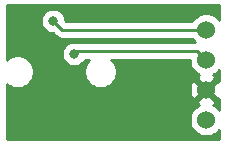
<source format=gbr>
G04 #@! TF.GenerationSoftware,KiCad,Pcbnew,(5.1.5)-3*
G04 #@! TF.CreationDate,2020-12-21T13:20:02+01:00*
G04 #@! TF.ProjectId,epimetheus_mlx90614,6570696d-6574-4686-9575-735f6d6c7839,rev?*
G04 #@! TF.SameCoordinates,Original*
G04 #@! TF.FileFunction,Copper,L2,Bot*
G04 #@! TF.FilePolarity,Positive*
%FSLAX46Y46*%
G04 Gerber Fmt 4.6, Leading zero omitted, Abs format (unit mm)*
G04 Created by KiCad (PCBNEW (5.1.5)-3) date 2020-12-21 13:20:02*
%MOMM*%
%LPD*%
G04 APERTURE LIST*
%ADD10C,1.524000*%
%ADD11C,0.800000*%
%ADD12C,0.250000*%
%ADD13C,0.254000*%
G04 APERTURE END LIST*
D10*
X179324000Y-27432000D03*
X179324000Y-29972000D03*
X179324000Y-32512000D03*
X179324000Y-35052000D03*
D11*
X173228000Y-35560000D03*
X166370000Y-26670000D03*
X168148000Y-29464000D03*
D12*
X179324000Y-27432000D02*
X167132000Y-27432000D01*
X167132000Y-27432000D02*
X166370000Y-26670000D01*
X168401999Y-29210001D02*
X168148000Y-29464000D01*
X179324000Y-29972000D02*
X178562001Y-29210001D01*
X178562001Y-29210001D02*
X168401999Y-29210001D01*
D13*
G36*
X180442001Y-26590675D02*
G01*
X180409120Y-26541465D01*
X180214535Y-26346880D01*
X179985727Y-26193995D01*
X179731490Y-26088686D01*
X179461592Y-26035000D01*
X179186408Y-26035000D01*
X178916510Y-26088686D01*
X178662273Y-26193995D01*
X178433465Y-26346880D01*
X178238880Y-26541465D01*
X178151659Y-26672000D01*
X167446802Y-26672000D01*
X167405000Y-26630198D01*
X167405000Y-26568061D01*
X167365226Y-26368102D01*
X167287205Y-26179744D01*
X167173937Y-26010226D01*
X167029774Y-25866063D01*
X166860256Y-25752795D01*
X166671898Y-25674774D01*
X166471939Y-25635000D01*
X166268061Y-25635000D01*
X166068102Y-25674774D01*
X165879744Y-25752795D01*
X165710226Y-25866063D01*
X165566063Y-26010226D01*
X165452795Y-26179744D01*
X165374774Y-26368102D01*
X165335000Y-26568061D01*
X165335000Y-26771939D01*
X165374774Y-26971898D01*
X165452795Y-27160256D01*
X165566063Y-27329774D01*
X165710226Y-27473937D01*
X165879744Y-27587205D01*
X166068102Y-27665226D01*
X166268061Y-27705000D01*
X166330198Y-27705000D01*
X166568201Y-27943002D01*
X166591999Y-27972001D01*
X166707724Y-28066974D01*
X166839753Y-28137546D01*
X166983014Y-28181003D01*
X167094667Y-28192000D01*
X167094675Y-28192000D01*
X167132000Y-28195676D01*
X167169325Y-28192000D01*
X178151659Y-28192000D01*
X178238880Y-28322535D01*
X178366346Y-28450001D01*
X168439322Y-28450001D01*
X168401999Y-28446325D01*
X168364676Y-28450001D01*
X168364666Y-28450001D01*
X168358548Y-28450604D01*
X168249939Y-28429000D01*
X168046061Y-28429000D01*
X167846102Y-28468774D01*
X167657744Y-28546795D01*
X167488226Y-28660063D01*
X167344063Y-28804226D01*
X167230795Y-28973744D01*
X167152774Y-29162102D01*
X167113000Y-29362061D01*
X167113000Y-29565939D01*
X167152774Y-29765898D01*
X167230795Y-29954256D01*
X167344063Y-30123774D01*
X167488226Y-30267937D01*
X167657744Y-30381205D01*
X167846102Y-30459226D01*
X168046061Y-30499000D01*
X168249939Y-30499000D01*
X168449898Y-30459226D01*
X168638256Y-30381205D01*
X168807774Y-30267937D01*
X168951937Y-30123774D01*
X169054685Y-29970001D01*
X169432314Y-29970001D01*
X169297201Y-30105114D01*
X169145629Y-30331957D01*
X169041225Y-30584011D01*
X168988000Y-30851589D01*
X168988000Y-31124411D01*
X169041225Y-31391989D01*
X169145629Y-31644043D01*
X169297201Y-31870886D01*
X169490114Y-32063799D01*
X169716957Y-32215371D01*
X169969011Y-32319775D01*
X170236589Y-32373000D01*
X170509411Y-32373000D01*
X170776989Y-32319775D01*
X171029043Y-32215371D01*
X171255886Y-32063799D01*
X171448799Y-31870886D01*
X171600371Y-31644043D01*
X171704775Y-31391989D01*
X171758000Y-31124411D01*
X171758000Y-30851589D01*
X171704775Y-30584011D01*
X171600371Y-30331957D01*
X171448799Y-30105114D01*
X171313686Y-29970001D01*
X177927000Y-29970001D01*
X177927000Y-30109592D01*
X177980686Y-30379490D01*
X178085995Y-30633727D01*
X178238880Y-30862535D01*
X178433465Y-31057120D01*
X178662273Y-31210005D01*
X178733943Y-31239692D01*
X178720977Y-31244364D01*
X178605020Y-31306344D01*
X178538040Y-31546435D01*
X179324000Y-32332395D01*
X180109960Y-31546435D01*
X180042980Y-31306344D01*
X179907240Y-31242515D01*
X179985727Y-31210005D01*
X180214535Y-31057120D01*
X180409120Y-30862535D01*
X180442001Y-30813326D01*
X180442000Y-31768566D01*
X180289565Y-31726040D01*
X179503605Y-32512000D01*
X180289565Y-33297960D01*
X180442000Y-33255434D01*
X180442000Y-34210674D01*
X180409120Y-34161465D01*
X180214535Y-33966880D01*
X179985727Y-33813995D01*
X179914057Y-33784308D01*
X179927023Y-33779636D01*
X180042980Y-33717656D01*
X180109960Y-33477565D01*
X179324000Y-32691605D01*
X178538040Y-33477565D01*
X178605020Y-33717656D01*
X178740760Y-33781485D01*
X178662273Y-33813995D01*
X178433465Y-33966880D01*
X178238880Y-34161465D01*
X178085995Y-34390273D01*
X177980686Y-34644510D01*
X177927000Y-34914408D01*
X177927000Y-35189592D01*
X177980686Y-35459490D01*
X178085995Y-35713727D01*
X178238880Y-35942535D01*
X178433465Y-36137120D01*
X178662273Y-36290005D01*
X178916510Y-36395314D01*
X179186408Y-36449000D01*
X179461592Y-36449000D01*
X179731490Y-36395314D01*
X179985727Y-36290005D01*
X180214535Y-36137120D01*
X180409120Y-35942535D01*
X180442000Y-35893327D01*
X180442000Y-36678000D01*
X162458000Y-36678000D01*
X162458000Y-32584017D01*
X177922090Y-32584017D01*
X177963078Y-32856133D01*
X178056364Y-33115023D01*
X178118344Y-33230980D01*
X178358435Y-33297960D01*
X179144395Y-32512000D01*
X178358435Y-31726040D01*
X178118344Y-31793020D01*
X178001244Y-32042048D01*
X177934977Y-32309135D01*
X177922090Y-32584017D01*
X162458000Y-32584017D01*
X162458000Y-32031685D01*
X162490114Y-32063799D01*
X162716957Y-32215371D01*
X162969011Y-32319775D01*
X163236589Y-32373000D01*
X163509411Y-32373000D01*
X163776989Y-32319775D01*
X164029043Y-32215371D01*
X164255886Y-32063799D01*
X164448799Y-31870886D01*
X164600371Y-31644043D01*
X164704775Y-31391989D01*
X164758000Y-31124411D01*
X164758000Y-30851589D01*
X164704775Y-30584011D01*
X164600371Y-30331957D01*
X164448799Y-30105114D01*
X164255886Y-29912201D01*
X164029043Y-29760629D01*
X163776989Y-29656225D01*
X163509411Y-29603000D01*
X163236589Y-29603000D01*
X162969011Y-29656225D01*
X162716957Y-29760629D01*
X162490114Y-29912201D01*
X162458000Y-29944315D01*
X162458000Y-25298000D01*
X180442001Y-25298000D01*
X180442001Y-26590675D01*
G37*
X180442001Y-26590675D02*
X180409120Y-26541465D01*
X180214535Y-26346880D01*
X179985727Y-26193995D01*
X179731490Y-26088686D01*
X179461592Y-26035000D01*
X179186408Y-26035000D01*
X178916510Y-26088686D01*
X178662273Y-26193995D01*
X178433465Y-26346880D01*
X178238880Y-26541465D01*
X178151659Y-26672000D01*
X167446802Y-26672000D01*
X167405000Y-26630198D01*
X167405000Y-26568061D01*
X167365226Y-26368102D01*
X167287205Y-26179744D01*
X167173937Y-26010226D01*
X167029774Y-25866063D01*
X166860256Y-25752795D01*
X166671898Y-25674774D01*
X166471939Y-25635000D01*
X166268061Y-25635000D01*
X166068102Y-25674774D01*
X165879744Y-25752795D01*
X165710226Y-25866063D01*
X165566063Y-26010226D01*
X165452795Y-26179744D01*
X165374774Y-26368102D01*
X165335000Y-26568061D01*
X165335000Y-26771939D01*
X165374774Y-26971898D01*
X165452795Y-27160256D01*
X165566063Y-27329774D01*
X165710226Y-27473937D01*
X165879744Y-27587205D01*
X166068102Y-27665226D01*
X166268061Y-27705000D01*
X166330198Y-27705000D01*
X166568201Y-27943002D01*
X166591999Y-27972001D01*
X166707724Y-28066974D01*
X166839753Y-28137546D01*
X166983014Y-28181003D01*
X167094667Y-28192000D01*
X167094675Y-28192000D01*
X167132000Y-28195676D01*
X167169325Y-28192000D01*
X178151659Y-28192000D01*
X178238880Y-28322535D01*
X178366346Y-28450001D01*
X168439322Y-28450001D01*
X168401999Y-28446325D01*
X168364676Y-28450001D01*
X168364666Y-28450001D01*
X168358548Y-28450604D01*
X168249939Y-28429000D01*
X168046061Y-28429000D01*
X167846102Y-28468774D01*
X167657744Y-28546795D01*
X167488226Y-28660063D01*
X167344063Y-28804226D01*
X167230795Y-28973744D01*
X167152774Y-29162102D01*
X167113000Y-29362061D01*
X167113000Y-29565939D01*
X167152774Y-29765898D01*
X167230795Y-29954256D01*
X167344063Y-30123774D01*
X167488226Y-30267937D01*
X167657744Y-30381205D01*
X167846102Y-30459226D01*
X168046061Y-30499000D01*
X168249939Y-30499000D01*
X168449898Y-30459226D01*
X168638256Y-30381205D01*
X168807774Y-30267937D01*
X168951937Y-30123774D01*
X169054685Y-29970001D01*
X169432314Y-29970001D01*
X169297201Y-30105114D01*
X169145629Y-30331957D01*
X169041225Y-30584011D01*
X168988000Y-30851589D01*
X168988000Y-31124411D01*
X169041225Y-31391989D01*
X169145629Y-31644043D01*
X169297201Y-31870886D01*
X169490114Y-32063799D01*
X169716957Y-32215371D01*
X169969011Y-32319775D01*
X170236589Y-32373000D01*
X170509411Y-32373000D01*
X170776989Y-32319775D01*
X171029043Y-32215371D01*
X171255886Y-32063799D01*
X171448799Y-31870886D01*
X171600371Y-31644043D01*
X171704775Y-31391989D01*
X171758000Y-31124411D01*
X171758000Y-30851589D01*
X171704775Y-30584011D01*
X171600371Y-30331957D01*
X171448799Y-30105114D01*
X171313686Y-29970001D01*
X177927000Y-29970001D01*
X177927000Y-30109592D01*
X177980686Y-30379490D01*
X178085995Y-30633727D01*
X178238880Y-30862535D01*
X178433465Y-31057120D01*
X178662273Y-31210005D01*
X178733943Y-31239692D01*
X178720977Y-31244364D01*
X178605020Y-31306344D01*
X178538040Y-31546435D01*
X179324000Y-32332395D01*
X180109960Y-31546435D01*
X180042980Y-31306344D01*
X179907240Y-31242515D01*
X179985727Y-31210005D01*
X180214535Y-31057120D01*
X180409120Y-30862535D01*
X180442001Y-30813326D01*
X180442000Y-31768566D01*
X180289565Y-31726040D01*
X179503605Y-32512000D01*
X180289565Y-33297960D01*
X180442000Y-33255434D01*
X180442000Y-34210674D01*
X180409120Y-34161465D01*
X180214535Y-33966880D01*
X179985727Y-33813995D01*
X179914057Y-33784308D01*
X179927023Y-33779636D01*
X180042980Y-33717656D01*
X180109960Y-33477565D01*
X179324000Y-32691605D01*
X178538040Y-33477565D01*
X178605020Y-33717656D01*
X178740760Y-33781485D01*
X178662273Y-33813995D01*
X178433465Y-33966880D01*
X178238880Y-34161465D01*
X178085995Y-34390273D01*
X177980686Y-34644510D01*
X177927000Y-34914408D01*
X177927000Y-35189592D01*
X177980686Y-35459490D01*
X178085995Y-35713727D01*
X178238880Y-35942535D01*
X178433465Y-36137120D01*
X178662273Y-36290005D01*
X178916510Y-36395314D01*
X179186408Y-36449000D01*
X179461592Y-36449000D01*
X179731490Y-36395314D01*
X179985727Y-36290005D01*
X180214535Y-36137120D01*
X180409120Y-35942535D01*
X180442000Y-35893327D01*
X180442000Y-36678000D01*
X162458000Y-36678000D01*
X162458000Y-32584017D01*
X177922090Y-32584017D01*
X177963078Y-32856133D01*
X178056364Y-33115023D01*
X178118344Y-33230980D01*
X178358435Y-33297960D01*
X179144395Y-32512000D01*
X178358435Y-31726040D01*
X178118344Y-31793020D01*
X178001244Y-32042048D01*
X177934977Y-32309135D01*
X177922090Y-32584017D01*
X162458000Y-32584017D01*
X162458000Y-32031685D01*
X162490114Y-32063799D01*
X162716957Y-32215371D01*
X162969011Y-32319775D01*
X163236589Y-32373000D01*
X163509411Y-32373000D01*
X163776989Y-32319775D01*
X164029043Y-32215371D01*
X164255886Y-32063799D01*
X164448799Y-31870886D01*
X164600371Y-31644043D01*
X164704775Y-31391989D01*
X164758000Y-31124411D01*
X164758000Y-30851589D01*
X164704775Y-30584011D01*
X164600371Y-30331957D01*
X164448799Y-30105114D01*
X164255886Y-29912201D01*
X164029043Y-29760629D01*
X163776989Y-29656225D01*
X163509411Y-29603000D01*
X163236589Y-29603000D01*
X162969011Y-29656225D01*
X162716957Y-29760629D01*
X162490114Y-29912201D01*
X162458000Y-29944315D01*
X162458000Y-25298000D01*
X180442001Y-25298000D01*
X180442001Y-26590675D01*
M02*

</source>
